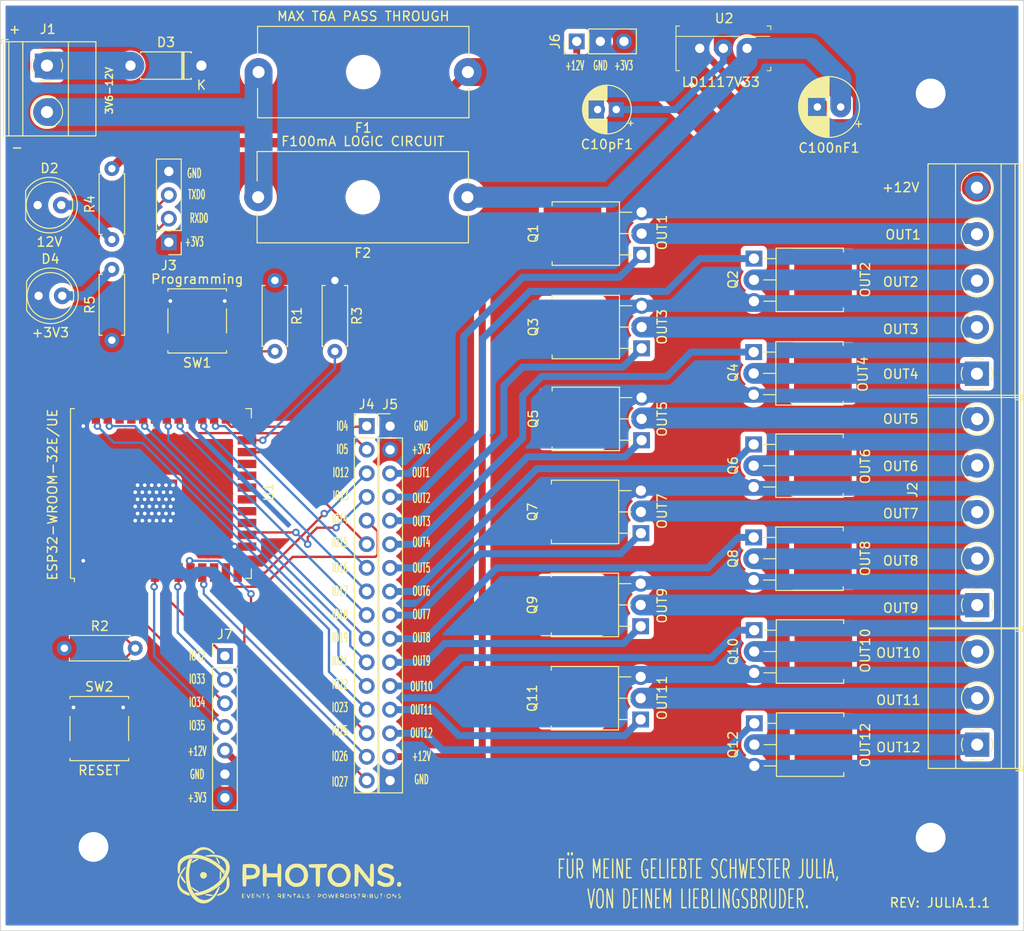
<source format=kicad_pcb>
(kicad_pcb (version 20171130) (host pcbnew "(5.1.10)-1")
  (layers (0 F.Cu signal hide) (31 B.Cu signal hide) (34 B.Paste user) (35 F.Paste user) (36 B.SilkS user) (37 F.SilkS user) (38 B.Mask user) (39 F.Mask user) (44 Edge.Cuts user))
  (net 0 "")
  (net 1 GND)
  (net 2 "Net-(C100nF1-Pad1)")
  (net 3 +3V3)
  (net 4 "Net-(D1-Pad1)")
  (net 5 "Net-(D2-Pad2)")
  (net 6 "Net-(D3-Pad2)")
  (net 7 "Net-(D4-Pad2)")
  (net 8 +12V)
  (net 9 "Net-(J2-Pad5)")
  (net 10 "Net-(J2-Pad4)")
  (net 11 "Net-(J2-Pad3)")
  (net 12 "Net-(J2-Pad2)")
  (net 13 "Net-(J3-Pad5)")
  (net 14 "Net-(J3-Pad4)")
  (net 15 "Net-(J3-Pad3)")
  (net 16 "Net-(J3-Pad2)")
  (net 17 "Net-(J3-Pad1)")
  (net 18 "Net-(J4-Pad3)")
  (net 19 "Net-(J4-Pad2)")
  (net 20 "Net-(J4-Pad1)")
  (net 21 "Net-(J5-Pad3)")
  (net 22 "Net-(J5-Pad2)")
  (net 23 /IO27)
  (net 24 /IO26)
  (net 25 /IO25)
  (net 26 /IO23)
  (net 27 /IO22)
  (net 28 /IO21)
  (net 29 /IO19)
  (net 30 /IO18)
  (net 31 /IO17)
  (net 32 /IO16)
  (net 33 /IO15)
  (net 34 /IO14)
  (net 35 /IO13)
  (net 36 /IO12)
  (net 37 /IO5)
  (net 38 /IO4)
  (net 39 /OUT1)
  (net 40 /OUT2)
  (net 41 /OUT3)
  (net 42 /OUT4)
  (net 43 /OUT5)
  (net 44 /OUT6)
  (net 45 /OUT7)
  (net 46 /OUT8)
  (net 47 /OUT9)
  (net 48 /OUT10)
  (net 49 /OUT11)
  (net 50 /OUT12)
  (net 51 "Net-(J9-Pad4)")
  (net 52 "Net-(J9-Pad3)")
  (net 53 "Net-(J9-Pad2)")
  (net 54 "Net-(J9-Pad1)")
  (net 55 "Net-(R1-Pad2)")
  (net 56 "Net-(R2-Pad2)")
  (net 57 "Net-(R3-Pad2)")
  (net 58 "Net-(U1-Pad32)")
  (net 59 "Net-(U1-Pad22)")
  (net 60 "Net-(U1-Pad21)")
  (net 61 "Net-(U1-Pad20)")
  (net 62 "Net-(U1-Pad19)")
  (net 63 "Net-(U1-Pad18)")
  (net 64 "Net-(U1-Pad17)")
  (net 65 "Net-(U1-Pad5)")
  (net 66 "Net-(U1-Pad4)")
  (module MeinLogo:Photons_klein (layer F.Cu) (at 111 144)
    (fp_text reference G*** hide)
    (fp_text value LOGO hide)
  )
  (module MountingHole:MountingHole_3.2mm_M3_Pad (layer F.Cu) (at 180 60)
    (fp_text reference REF**)
    (fp_text value MountingHole_3.2mm_M3_Pad)
    (pad 1 thru_hole circle (at 0 0) (size 6.4 6.4) (drill 3.2) (layers *.Cu *.Mask) (net 1 GND))
  )
  (module MountingHole:MountingHole_3.2mm_M3_Pad (layer F.Cu) (at 180 140)
    (fp_text reference REF**)
    (fp_text value MountingHole_3.2mm_M3_Pad)
    (pad 1 thru_hole circle (at 0 0) (size 6.4 6.4) (drill 3.2) (layers *.Cu *.Mask) (net 1 GND))
  )
  (module MountingHole:MountingHole_3.2mm_M3_Pad (layer F.Cu) (at 90 141)
    (fp_text reference REF**)
    (fp_text value MountingHole_3.2mm_M3_Pad)
    (pad 1 thru_hole circle (at 0 0) (size 6.4 6.4) (drill 3.2) (layers *.Cu *.Mask) (net 1 GND))
  )
  (module RF_Module:ESP32-WROOM-32U (layer F.Cu) (at 97.25 103 90)
    (fp_text reference U1 (at 0.15 11.6 270) (layer F.SilkS))
    (fp_text value ESP32-WROOM-32E/UE (at -0.124 -11.652 90) (layer F.SilkS))
    (pad 38 smd rect (at 8.5 -8.255 90) (size 2 0.9) (layers F.Cu F.Paste F.Mask) (net 1 GND))
    (pad 37 smd rect (at 8.5 -6.985 90) (size 2 0.9) (layers F.Cu F.Paste F.Mask) (net 26 /IO23))
    (pad 36 smd rect (at 8.5 -5.715 90) (size 2 0.9) (layers F.Cu F.Paste F.Mask) (net 27 /IO22))
    (pad 35 smd rect (at 8.5 -4.445 90) (size 2 0.9) (layers F.Cu F.Paste F.Mask) (net 21 "Net-(J5-Pad3)"))
    (pad 34 smd rect (at 8.5 -3.175 90) (size 2 0.9) (layers F.Cu F.Paste F.Mask) (net 22 "Net-(J5-Pad2)"))
    (pad 33 smd rect (at 8.5 -1.905 90) (size 2 0.9) (layers F.Cu F.Paste F.Mask) (net 28 /IO21))
    (pad 32 smd rect (at 8.5 -0.635 90) (size 2 0.9) (layers F.Cu F.Paste F.Mask) (net 58 "Net-(U1-Pad32)"))
    (pad 31 smd rect (at 8.5 0.635 90) (size 2 0.9) (layers F.Cu F.Paste F.Mask) (net 29 /IO19))
    (pad 30 smd rect (at 8.5 1.905 90) (size 2 0.9) (layers F.Cu F.Paste F.Mask) (net 30 /IO18))
    (pad 29 smd rect (at 8.5 3.175 90) (size 2 0.9) (layers F.Cu F.Paste F.Mask) (net 37 /IO5))
    (pad 28 smd rect (at 8.5 4.445 90) (size 2 0.9) (layers F.Cu F.Paste F.Mask) (net 31 /IO17))
    (pad 27 smd rect (at 8.5 5.715 90) (size 2 0.9) (layers F.Cu F.Paste F.Mask) (net 32 /IO16))
    (pad 26 smd rect (at 8.5 6.985 90) (size 2 0.9) (layers F.Cu F.Paste F.Mask) (net 38 /IO4))
    (pad 25 smd rect (at 8.5 8.255 90) (size 2 0.9) (layers F.Cu F.Paste F.Mask) (net 55 "Net-(R1-Pad2)"))
    (pad 24 smd rect (at 5.715 9.255 180) (size 2 0.9) (layers F.Cu F.Paste F.Mask) (net 57 "Net-(R3-Pad2)"))
    (pad 23 smd rect (at 4.445 9.255 180) (size 2 0.9) (layers F.Cu F.Paste F.Mask) (net 33 /IO15))
    (pad 22 smd rect (at 3.175 9.255 180) (size 2 0.9) (layers F.Cu F.Paste F.Mask) (net 59 "Net-(U1-Pad22)"))
    (pad 21 smd rect (at 1.905 9.255 180) (size 2 0.9) (layers F.Cu F.Paste F.Mask) (net 60 "Net-(U1-Pad21)"))
    (pad 20 smd rect (at 0.635 9.255 180) (size 2 0.9) (layers F.Cu F.Paste F.Mask) (net 61 "Net-(U1-Pad20)"))
    (pad 19 smd rect (at -0.635 9.255 180) (size 2 0.9) (layers F.Cu F.Paste F.Mask) (net 62 "Net-(U1-Pad19)"))
    (pad 18 smd rect (at -1.905 9.255 180) (size 2 0.9) (layers F.Cu F.Paste F.Mask) (net 63 "Net-(U1-Pad18)"))
    (pad 17 smd rect (at -3.175 9.255 180) (size 2 0.9) (layers F.Cu F.Paste F.Mask) (net 64 "Net-(U1-Pad17)"))
    (pad 16 smd rect (at -4.445 9.255 180) (size 2 0.9) (layers F.Cu F.Paste F.Mask) (net 35 /IO13))
    (pad 15 smd rect (at -5.715 9.255) (size 2 0.9) (layers F.Cu F.Paste F.Mask) (net 1 GND))
    (pad 14 smd rect (at -8.5 8.255 90) (size 2 0.9) (layers F.Cu F.Paste F.Mask) (net 36 /IO12))
    (pad 13 smd rect (at -8.5 6.985 90) (size 2 0.9) (layers F.Cu F.Paste F.Mask) (net 34 /IO14))
    (pad 12 smd rect (at -8.5 5.715 90) (size 2 0.9) (layers F.Cu F.Paste F.Mask) (net 23 /IO27))
    (pad 11 smd rect (at -8.5 4.445 90) (size 2 0.9) (layers F.Cu F.Paste F.Mask) (net 24 /IO26))
    (pad 10 smd rect (at -8.5 3.175 90) (size 2 0.9) (layers F.Cu F.Paste F.Mask) (net 25 /IO25))
    (pad 9 smd rect (at -8.5 1.905 90) (size 2 0.9) (layers F.Cu F.Paste F.Mask) (net 53 "Net-(J9-Pad2)"))
    (pad 8 smd rect (at -8.5 0.635 90) (size 2 0.9) (layers F.Cu F.Paste F.Mask) (net 54 "Net-(J9-Pad1)"))
    (pad 7 smd rect (at -8.5 -0.635 90) (size 2 0.9) (layers F.Cu F.Paste F.Mask) (net 51 "Net-(J9-Pad4)"))
    (pad 6 smd rect (at -8.5 -1.905 90) (size 2 0.9) (layers F.Cu F.Paste F.Mask) (net 52 "Net-(J9-Pad3)"))
    (pad 5 smd rect (at -8.5 -3.175 90) (size 2 0.9) (layers F.Cu F.Paste F.Mask) (net 65 "Net-(U1-Pad5)"))
    (pad 4 smd rect (at -8.5 -4.445 90) (size 2 0.9) (layers F.Cu F.Paste F.Mask) (net 66 "Net-(U1-Pad4)"))
    (pad 3 smd rect (at -8.5 -5.715 90) (size 2 0.9) (layers F.Cu F.Paste F.Mask) (net 56 "Net-(R2-Pad2)"))
    (pad 2 smd rect (at -8.5 -6.985 90) (size 2 0.9) (layers F.Cu F.Paste F.Mask) (net 3 +3V3))
    (pad 1 smd rect (at -8.5 -8.255 90) (size 2 0.9) (layers F.Cu F.Paste F.Mask) (net 1 GND))
    (pad 39 smd rect (at -1 -0.755 90) (size 5 5) (layers F.Cu F.Paste F.Mask) (net 1 GND))
  )
  (module TerminalBlock_Phoenix:TerminalBlock_Phoenix_MKDS-1,5-5_1x05_P5.00mm_Horizontal (layer F.Cu) (at 185 115 90)
    (fp_text reference J2 (at 12.384 -6.946 90) (layer F.SilkS))
    (fp_text value Screw_Terminal_01x05)
    (pad 6 thru_hole circle (at 20 0 90) (size 2.6 2.6) (drill 1.3) (layers *.Cu *.Mask) (net 17 "Net-(J3-Pad1)"))
    (pad 7 thru_hole circle (at 15 0 90) (size 2.6 2.6) (drill 1.3) (layers *.Cu *.Mask) (net 16 "Net-(J3-Pad2)"))
    (pad 8 thru_hole circle (at 10 0 90) (size 2.6 2.6) (drill 1.3) (layers *.Cu *.Mask) (net 15 "Net-(J3-Pad3)"))
    (pad 9 thru_hole circle (at 5 0 90) (size 2.6 2.6) (drill 1.3) (layers *.Cu *.Mask) (net 14 "Net-(J3-Pad4)"))
    (pad 10 thru_hole rect (at 0 0 90) (size 2.6 2.6) (drill 1.3) (layers *.Cu *.Mask) (net 13 "Net-(J3-Pad5)"))
  )
  (module LED_THT:LED_D5.0mm (layer F.Cu) (at 84 72)
    (fp_text reference D2 (at 1.27 -3.96) (layer F.SilkS))
    (fp_text value 12V (at 1.27 3.96) (layer F.SilkS))
    (pad 2 thru_hole circle (at 2.54 0) (size 1.8 1.8) (drill 0.9) (layers *.Cu *.Mask) (net 5 "Net-(D2-Pad2)"))
    (pad 1 thru_hole rect (at 0 0) (size 1.8 1.8) (drill 0.9) (layers *.Cu *.Mask) (net 1 GND))
  )
  (module TerminalBlock_Phoenix:TerminalBlock_Phoenix_MKDS-1,5-3_1x03_P5.00mm_Horizontal (layer F.Cu) (at 185 130 90)
    (fp_text reference J2)
    (fp_text value Screw_Terminal_01x03)
    (pad 11 thru_hole circle (at 10 0 90) (size 2.6 2.6) (drill 1.3) (layers *.Cu *.Mask) (net 20 "Net-(J4-Pad1)"))
    (pad 12 thru_hole circle (at 5 0 90) (size 2.6 2.6) (drill 1.3) (layers *.Cu *.Mask) (net 19 "Net-(J4-Pad2)"))
    (pad 13 thru_hole rect (at 0 0 90) (size 2.6 2.6) (drill 1.3) (layers *.Cu *.Mask) (net 18 "Net-(J4-Pad3)"))
  )
  (module digikey-footprints:TO-220-3 (layer F.Cu) (at 155.175 55.15)
    (fp_text reference U2 (at 2.62 -3.22) (layer F.SilkS))
    (fp_text value LD1117V33 (at 2.27 3.63) (layer F.SilkS))
    (pad 3 thru_hole circle (at 5.08 0) (size 2 2) (drill 1) (layers *.Cu *.Mask) (net 2 "Net-(C100nF1-Pad1)"))
    (pad 2 thru_hole circle (at 2.54 0) (size 2 2) (drill 1) (layers *.Cu *.Mask) (net 3 +3V3))
    (pad 1 thru_hole rect (at 0 0) (size 2 2) (drill 1) (layers *.Cu *.Mask) (net 1 GND))
  )
  (module Button_Switch_SMD:SW_SPST_B3S-1000 (layer F.Cu) (at 90.625 128.275)
    (fp_text reference SW2 (at 0 -4.5) (layer F.SilkS))
    (fp_text value RESET (at 0 4.5) (layer F.SilkS))
    (pad 2 smd rect (at 3.975 2.25) (size 1.55 1.3) (layers F.Cu F.Paste F.Mask) (net 56 "Net-(R2-Pad2)"))
    (pad 2 smd rect (at -3.975 2.25) (size 1.55 1.3) (layers F.Cu F.Paste F.Mask) (net 56 "Net-(R2-Pad2)"))
    (pad 1 smd rect (at 3.975 -2.25) (size 1.55 1.3) (layers F.Cu F.Paste F.Mask) (net 1 GND))
    (pad 1 smd rect (at -3.975 -2.25) (size 1.55 1.3) (layers F.Cu F.Paste F.Mask) (net 1 GND))
  )
  (module Button_Switch_SMD:SW_SPST_B3S-1000 (layer F.Cu) (at 101.15 84.45 180)
    (fp_text reference SW1 (at 0 -4.5) (layer F.SilkS))
    (fp_text value Programming (at 0 4.5) (layer F.SilkS))
    (pad 2 smd rect (at 3.975 2.25 180) (size 1.55 1.3) (layers F.Cu F.Paste F.Mask) (net 1 GND))
    (pad 2 smd rect (at -3.975 2.25 180) (size 1.55 1.3) (layers F.Cu F.Paste F.Mask) (net 1 GND))
    (pad 1 smd rect (at 3.975 -2.25 180) (size 1.55 1.3) (layers F.Cu F.Paste F.Mask) (net 55 "Net-(R1-Pad2)"))
    (pad 1 smd rect (at -3.975 -2.25 180) (size 1.55 1.3) (layers F.Cu F.Paste F.Mask) (net 55 "Net-(R1-Pad2)"))
  )
  (module Resistor_THT:R_Axial_DIN0207_L6.3mm_D2.5mm_P7.62mm_Horizontal (layer F.Cu) (at 91.975 86.525 90)
    (fp_text reference R5 (at 3.81 -2.37 90) (layer F.SilkS))
    (fp_text value 4,7Ohm)
    (pad 2 thru_hole oval (at 7.62 0 90) (size 1.6 1.6) (drill 0.8) (layers *.Cu *.Mask) (net 7 "Net-(D4-Pad2)"))
    (pad 1 thru_hole circle (at 0 0 90) (size 1.6 1.6) (drill 0.8) (layers *.Cu *.Mask) (net 3 +3V3))
  )
  (module Resistor_THT:R_Axial_DIN0207_L6.3mm_D2.5mm_P7.62mm_Horizontal (layer F.Cu) (at 91.975 75.7 90)
    (fp_text reference R4 (at 3.81 -2.37 90) (layer F.SilkS))
    (fp_text value 470Ohm)
    (pad 2 thru_hole oval (at 7.62 0 90) (size 1.6 1.6) (drill 0.8) (layers *.Cu *.Mask) (net 8 +12V))
    (pad 1 thru_hole circle (at 0 0 90) (size 1.6 1.6) (drill 0.8) (layers *.Cu *.Mask) (net 5 "Net-(D2-Pad2)"))
  )
  (module Resistor_THT:R_Axial_DIN0207_L6.3mm_D2.5mm_P7.62mm_Horizontal (layer F.Cu) (at 115.95 80.1 270)
    (fp_text reference R3 (at 3.81 -2.37 90) (layer F.SilkS))
    (fp_text value 10K)
    (pad 2 thru_hole oval (at 7.62 0 270) (size 1.6 1.6) (drill 0.8) (layers *.Cu *.Mask) (net 57 "Net-(R3-Pad2)"))
    (pad 1 thru_hole circle (at 0 0 270) (size 1.6 1.6) (drill 0.8) (layers *.Cu *.Mask) (net 1 GND))
  )
  (module Resistor_THT:R_Axial_DIN0207_L6.3mm_D2.5mm_P7.62mm_Horizontal (layer F.Cu) (at 86.868 119.634)
    (fp_text reference R2 (at 3.81 -2.37) (layer F.SilkS))
    (fp_text value 10K)
    (pad 2 thru_hole oval (at 7.62 0) (size 1.6 1.6) (drill 0.8) (layers *.Cu *.Mask) (net 56 "Net-(R2-Pad2)"))
    (pad 1 thru_hole circle (at 0 0) (size 1.6 1.6) (drill 0.8) (layers *.Cu *.Mask) (net 3 +3V3))
  )
  (module Resistor_THT:R_Axial_DIN0207_L6.3mm_D2.5mm_P7.62mm_Horizontal (layer F.Cu) (at 109.5 80.1 270)
    (fp_text reference R1 (at 3.81 -2.37 90) (layer F.SilkS))
    (fp_text value 10K)
    (pad 2 thru_hole oval (at 7.62 0 270) (size 1.6 1.6) (drill 0.8) (layers *.Cu *.Mask) (net 55 "Net-(R1-Pad2)"))
    (pad 1 thru_hole circle (at 0 0 270) (size 1.6 1.6) (drill 0.8) (layers *.Cu *.Mask) (net 3 +3V3))
  )
  (module Package_TO_SOT_THT:TO-251-3-1EP_Horizontal_TabDown (layer F.Cu) (at 161.041667 127.71 270)
    (fp_text reference Q12 (at 2.29 2.291667 90) (layer F.SilkS))
    (fp_text value IRLU024NPBF)
    (pad 3 thru_hole oval (at 4.58 0 270) (size 1.7175 1.8) (drill 1.1) (layers *.Cu *.Mask) (net 1 GND))
    (pad 2 thru_hole oval (at 2.29 0 270) (size 1.7175 1.8) (drill 1.1) (layers *.Cu *.Mask) (net 18 "Net-(J4-Pad3)"))
    (pad 1 thru_hole rect (at 0 0 270) (size 1.7175 1.8) (drill 1.1) (layers *.Cu *.Mask) (net 50 /OUT12))
    (pad 4 smd rect (at 2.29 -7.433333 270) (size 5.7 6.2) (layers F.Cu F.Paste F.Mask))
  )
  (module Package_TO_SOT_THT:TO-251-3-1EP_Horizontal_TabDown (layer F.Cu) (at 148.825 127.3 90)
    (fp_text reference Q11 (at 2.29 -11.653333 90) (layer F.SilkS))
    (fp_text value IRLU024NPBF)
    (pad 4 smd rect (at 2.29 -7.433333 90) (size 5.7 6.2) (layers F.Cu F.Paste F.Mask))
    (pad 1 thru_hole rect (at 0 0 90) (size 1.7175 1.8) (drill 1.1) (layers *.Cu *.Mask) (net 49 /OUT11))
    (pad 2 thru_hole oval (at 2.29 0 90) (size 1.7175 1.8) (drill 1.1) (layers *.Cu *.Mask) (net 19 "Net-(J4-Pad2)"))
    (pad 3 thru_hole oval (at 4.58 0 90) (size 1.7175 1.8) (drill 1.1) (layers *.Cu *.Mask) (net 1 GND))
  )
  (module Package_TO_SOT_THT:TO-251-3-1EP_Horizontal_TabDown (layer F.Cu) (at 161.025 117.7 270)
    (fp_text reference Q10 (at 2.29 2.275 90) (layer F.SilkS))
    (fp_text value IRLU024NPBF)
    (pad 4 smd rect (at 2.29 -7.433333 270) (size 5.7 6.2) (layers F.Cu F.Paste F.Mask))
    (pad 1 thru_hole rect (at 0 0 270) (size 1.7175 1.8) (drill 1.1) (layers *.Cu *.Mask) (net 48 /OUT10))
    (pad 2 thru_hole oval (at 2.29 0 270) (size 1.7175 1.8) (drill 1.1) (layers *.Cu *.Mask) (net 20 "Net-(J4-Pad1)"))
    (pad 3 thru_hole oval (at 4.58 0 270) (size 1.7175 1.8) (drill 1.1) (layers *.Cu *.Mask) (net 1 GND))
  )
  (module Package_TO_SOT_THT:TO-251-3-1EP_Horizontal_TabDown (layer F.Cu) (at 148.825 117.275 90)
    (fp_text reference Q9 (at 2.29 -11.653333 90) (layer F.SilkS))
    (fp_text value IRLU024NPBF)
    (pad 3 thru_hole oval (at 4.58 0 90) (size 1.7175 1.8) (drill 1.1) (layers *.Cu *.Mask) (net 1 GND))
    (pad 2 thru_hole oval (at 2.29 0 90) (size 1.7175 1.8) (drill 1.1) (layers *.Cu *.Mask) (net 13 "Net-(J3-Pad5)"))
    (pad 1 thru_hole rect (at 0 0 90) (size 1.7175 1.8) (drill 1.1) (layers *.Cu *.Mask) (net 47 /OUT9))
    (pad 4 smd rect (at 2.29 -7.433333 90) (size 5.7 6.2) (layers F.Cu F.Paste F.Mask))
  )
  (module Package_TO_SOT_THT:TO-251-3-1EP_Horizontal_TabDown (layer F.Cu) (at 160.975 107.725 270)
    (fp_text reference Q8 (at 2.275 2.225 90) (layer F.SilkS))
    (fp_text value IRLU024NPBF)
    (pad 3 thru_hole oval (at 4.58 0 270) (size 1.7175 1.8) (drill 1.1) (layers *.Cu *.Mask) (net 1 GND))
    (pad 2 thru_hole oval (at 2.29 0 270) (size 1.7175 1.8) (drill 1.1) (layers *.Cu *.Mask) (net 14 "Net-(J3-Pad4)"))
    (pad 1 thru_hole rect (at 0 0 270) (size 1.7175 1.8) (drill 1.1) (layers *.Cu *.Mask) (net 46 /OUT8))
    (pad 4 smd rect (at 2.29 -7.433333 270) (size 5.7 6.2) (layers F.Cu F.Paste F.Mask))
  )
  (module Package_TO_SOT_THT:TO-251-3-1EP_Horizontal_TabDown (layer F.Cu) (at 148.85 107.275 90)
    (fp_text reference Q7 (at 2.29 -11.653333 90) (layer F.SilkS))
    (fp_text value IRLU024NPBF)
    (pad 3 thru_hole oval (at 4.58 0 90) (size 1.7175 1.8) (drill 1.1) (layers *.Cu *.Mask) (net 1 GND))
    (pad 2 thru_hole oval (at 2.29 0 90) (size 1.7175 1.8) (drill 1.1) (layers *.Cu *.Mask) (net 15 "Net-(J3-Pad3)"))
    (pad 1 thru_hole rect (at 0 0 90) (size 1.7175 1.8) (drill 1.1) (layers *.Cu *.Mask) (net 45 /OUT7))
    (pad 4 smd rect (at 2.29 -7.433333 90) (size 5.7 6.2) (layers F.Cu F.Paste F.Mask))
  )
  (module Package_TO_SOT_THT:TO-251-3-1EP_Horizontal_TabDown (layer F.Cu) (at 160.975 97.725 270)
    (fp_text reference Q6 (at 2.275 2.225 90) (layer F.SilkS))
    (fp_text value IRLU024NPBF)
    (pad 3 thru_hole oval (at 4.58 0 270) (size 1.7175 1.8) (drill 1.1) (layers *.Cu *.Mask) (net 1 GND))
    (pad 2 thru_hole oval (at 2.29 0 270) (size 1.7175 1.8) (drill 1.1) (layers *.Cu *.Mask) (net 16 "Net-(J3-Pad2)"))
    (pad 1 thru_hole rect (at 0 0 270) (size 1.7175 1.8) (drill 1.1) (layers *.Cu *.Mask) (net 44 /OUT6))
    (pad 4 smd rect (at 2.29 -7.433333 270) (size 5.7 6.2) (layers F.Cu F.Paste F.Mask))
  )
  (module Package_TO_SOT_THT:TO-251-3-1EP_Horizontal_TabDown (layer F.Cu) (at 148.925 97.275 90)
    (fp_text reference Q5 (at 2.29 -11.653333 90) (layer F.SilkS))
    (fp_text value IRLU024NPBF)
    (pad 3 thru_hole oval (at 4.58 0 90) (size 1.7175 1.8) (drill 1.1) (layers *.Cu *.Mask) (net 1 GND))
    (pad 2 thru_hole oval (at 2.29 0 90) (size 1.7175 1.8) (drill 1.1) (layers *.Cu *.Mask) (net 17 "Net-(J3-Pad1)"))
    (pad 1 thru_hole rect (at 0 0 90) (size 1.7175 1.8) (drill 1.1) (layers *.Cu *.Mask) (net 43 /OUT5))
    (pad 4 smd rect (at 2.29 -7.433333 90) (size 5.7 6.2) (layers F.Cu F.Paste F.Mask))
  )
  (module Package_TO_SOT_THT:TO-251-3-1EP_Horizontal_TabDown (layer F.Cu) (at 160.975 87.8 270)
    (fp_text reference Q4 (at 2.2 2.225 90) (layer F.SilkS))
    (fp_text value IRLU024NPBF)
    (pad 3 thru_hole oval (at 4.58 0 270) (size 1.7175 1.8) (drill 1.1) (layers *.Cu *.Mask) (net 1 GND))
    (pad 2 thru_hole oval (at 2.29 0 270) (size 1.7175 1.8) (drill 1.1) (layers *.Cu *.Mask) (net 9 "Net-(J2-Pad5)"))
    (pad 1 thru_hole rect (at 0 0 270) (size 1.7175 1.8) (drill 1.1) (layers *.Cu *.Mask) (net 42 /OUT4))
    (pad 4 smd rect (at 2.29 -7.433333 270) (size 5.7 6.2) (layers F.Cu F.Paste F.Mask))
  )
  (module Package_TO_SOT_THT:TO-251-3-1EP_Horizontal_TabDown (layer F.Cu) (at 148.925 87.4 90)
    (fp_text reference Q3 (at 2.29 -11.653333 90) (layer F.SilkS))
    (fp_text value IRLU024NPBF)
    (pad 3 thru_hole oval (at 4.58 0 90) (size 1.7175 1.8) (drill 1.1) (layers *.Cu *.Mask) (net 1 GND))
    (pad 2 thru_hole oval (at 2.29 0 90) (size 1.7175 1.8) (drill 1.1) (layers *.Cu *.Mask) (net 10 "Net-(J2-Pad4)"))
    (pad 1 thru_hole rect (at 0 0 90) (size 1.7175 1.8) (drill 1.1) (layers *.Cu *.Mask) (net 41 /OUT3))
    (pad 4 smd rect (at 2.29 -7.433333 90) (size 5.7 6.2) (layers F.Cu F.Paste F.Mask))
  )
  (module Package_TO_SOT_THT:TO-251-3-1EP_Horizontal_TabDown (layer F.Cu) (at 161 77.75 270)
    (fp_text reference Q2 (at 2.25 2.25 90) (layer F.SilkS))
    (fp_text value IRLU024NPBF)
    (pad 3 thru_hole oval (at 4.58 0 270) (size 1.7175 1.8) (drill 1.1) (layers *.Cu *.Mask) (net 1 GND))
    (pad 2 thru_hole oval (at 2.29 0 270) (size 1.7175 1.8) (drill 1.1) (layers *.Cu *.Mask) (net 11 "Net-(J2-Pad3)"))
    (pad 1 thru_hole rect (at 0 0 270) (size 1.7175 1.8) (drill 1.1) (layers *.Cu *.Mask) (net 40 /OUT2))
    (pad 4 smd rect (at 2.29 -7.433333 270) (size 5.7 6.2) (layers F.Cu F.Paste F.Mask))
  )
  (module Package_TO_SOT_THT:TO-251-3-1EP_Horizontal_TabDown (layer F.Cu) (at 148.925 77.35 90)
    (fp_text reference Q1 (at 2.29 -11.653333 90) (layer F.SilkS))
    (fp_text value IRLU024NPBF)
    (pad 3 thru_hole oval (at 4.58 0 90) (size 1.7175 1.8) (drill 1.1) (layers *.Cu *.Mask) (net 1 GND))
    (pad 2 thru_hole oval (at 2.29 0 90) (size 1.7175 1.8) (drill 1.1) (layers *.Cu *.Mask) (net 12 "Net-(J2-Pad2)"))
    (pad 1 thru_hole rect (at 0 0 90) (size 1.7175 1.8) (drill 1.1) (layers *.Cu *.Mask) (net 39 /OUT1))
    (pad 4 smd rect (at 2.29 -7.433333 90) (size 5.7 6.2) (layers F.Cu F.Paste F.Mask))
  )
  (module Connector_PinHeader_2.54mm:PinHeader_1x07_P2.54mm_Vertical (layer F.Cu) (at 104.129 120.477)
    (fp_text reference J7 (at 0 -2.33) (layer F.SilkS))
    (fp_text value Conn_01x07_Male)
    (pad 7 thru_hole oval (at 0 15.24) (size 1.7 1.7) (drill 1) (layers *.Cu *.Mask) (net 3 +3V3))
    (pad 6 thru_hole oval (at 0 12.7) (size 1.7 1.7) (drill 1) (layers *.Cu *.Mask) (net 1 GND))
    (pad 5 thru_hole oval (at 0 10.16) (size 1.7 1.7) (drill 1) (layers *.Cu *.Mask) (net 8 +12V))
    (pad 4 thru_hole oval (at 0 7.62) (size 1.7 1.7) (drill 1) (layers *.Cu *.Mask) (net 51 "Net-(J9-Pad4)"))
    (pad 3 thru_hole oval (at 0 5.08) (size 1.7 1.7) (drill 1) (layers *.Cu *.Mask) (net 52 "Net-(J9-Pad3)"))
    (pad 2 thru_hole oval (at 0 2.54) (size 1.7 1.7) (drill 1) (layers *.Cu *.Mask) (net 53 "Net-(J9-Pad2)"))
    (pad 1 thru_hole rect (at 0 0) (size 1.7 1.7) (drill 1) (layers *.Cu *.Mask) (net 54 "Net-(J9-Pad1)"))
  )
  (module Connector_PinHeader_2.54mm:PinHeader_1x03_P2.54mm_Vertical (layer F.Cu) (at 141.95 54.4 90)
    (fp_text reference J6 (at 0 -2.33 90) (layer F.SilkS))
    (fp_text value Conn_01x03_Male)
    (pad 3 thru_hole oval (at 0 5.08 90) (size 1.7 1.7) (drill 1) (layers *.Cu *.Mask) (net 3 +3V3))
    (pad 2 thru_hole oval (at 0 2.54 90) (size 1.7 1.7) (drill 1) (layers *.Cu *.Mask) (net 1 GND))
    (pad 1 thru_hole rect (at 0 0 90) (size 1.7 1.7) (drill 1) (layers *.Cu *.Mask) (net 8 +12V))
  )
  (module Connector_PinHeader_2.54mm:PinHeader_1x16_P2.54mm_Vertical (layer F.Cu) (at 121.888 95.76)
    (fp_text reference J5 (at 0 -2.33) (layer F.SilkS))
    (fp_text value Conn_01x16_Male)
    (pad 16 thru_hole oval (at 0 38.1) (size 1.7 1.7) (drill 1) (layers *.Cu *.Mask) (net 1 GND))
    (pad 15 thru_hole oval (at 0 35.56) (size 1.7 1.7) (drill 1) (layers *.Cu *.Mask) (net 8 +12V))
    (pad 14 thru_hole oval (at 0 33.02) (size 1.7 1.7) (drill 1) (layers *.Cu *.Mask) (net 50 /OUT12))
    (pad 13 thru_hole oval (at 0 30.48) (size 1.7 1.7) (drill 1) (layers *.Cu *.Mask) (net 49 /OUT11))
    (pad 12 thru_hole oval (at 0 27.94) (size 1.7 1.7) (drill 1) (layers *.Cu *.Mask) (net 48 /OUT10))
    (pad 11 thru_hole oval (at 0 25.4) (size 1.7 1.7) (drill 1) (layers *.Cu *.Mask) (net 47 /OUT9))
    (pad 10 thru_hole oval (at 0 22.86) (size 1.7 1.7) (drill 1) (layers *.Cu *.Mask) (net 46 /OUT8))
    (pad 9 thru_hole oval (at 0 20.32) (size 1.7 1.7) (drill 1) (layers *.Cu *.Mask) (net 45 /OUT7))
    (pad 8 thru_hole oval (at 0 17.78) (size 1.7 1.7) (drill 1) (layers *.Cu *.Mask) (net 44 /OUT6))
    (pad 7 thru_hole oval (at 0 15.24) (size 1.7 1.7) (drill 1) (layers *.Cu *.Mask) (net 43 /OUT5))
    (pad 6 thru_hole oval (at 0 12.7) (size 1.7 1.7) (drill 1) (layers *.Cu *.Mask) (net 42 /OUT4))
    (pad 5 thru_hole oval (at 0 10.16) (size 1.7 1.7) (drill 1) (layers *.Cu *.Mask) (net 41 /OUT3))
    (pad 4 thru_hole oval (at 0 7.62) (size 1.7 1.7) (drill 1) (layers *.Cu *.Mask) (net 40 /OUT2))
    (pad 3 thru_hole oval (at 0 5.08) (size 1.7 1.7) (drill 1) (layers *.Cu *.Mask) (net 39 /OUT1))
    (pad 2 thru_hole oval (at 0 2.54) (size 1.7 1.7) (drill 1) (layers *.Cu *.Mask) (net 3 +3V3))
    (pad 1 thru_hole rect (at 0 0) (size 1.7 1.7) (drill 1) (layers *.Cu *.Mask) (net 1 GND))
  )
  (module Connector_PinHeader_2.54mm:PinHeader_1x16_P2.54mm_Vertical (layer F.Cu) (at 119.375 95.75)
    (fp_text reference J4 (at 0 -2.33) (layer F.SilkS))
    (fp_text value Conn_01x16_Male)
    (pad 16 thru_hole oval (at 0 38.1) (size 1.7 1.7) (drill 1) (layers *.Cu *.Mask) (net 23 /IO27))
    (pad 15 thru_hole oval (at 0 35.56) (size 1.7 1.7) (drill 1) (layers *.Cu *.Mask) (net 24 /IO26))
    (pad 14 thru_hole oval (at 0 33.02) (size 1.7 1.7) (drill 1) (layers *.Cu *.Mask) (net 25 /IO25))
    (pad 13 thru_hole oval (at 0 30.48) (size 1.7 1.7) (drill 1) (layers *.Cu *.Mask) (net 26 /IO23))
    (pad 12 thru_hole oval (at 0 27.94) (size 1.7 1.7) (drill 1) (layers *.Cu *.Mask) (net 27 /IO22))
    (pad 11 thru_hole oval (at 0 25.4) (size 1.7 1.7) (drill 1) (layers *.Cu *.Mask) (net 28 /IO21))
    (pad 10 thru_hole oval (at 0 22.86) (size 1.7 1.7) (drill 1) (layers *.Cu *.Mask) (net 29 /IO19))
    (pad 9 thru_hole oval (at 0 20.32) (size 1.7 1.7) (drill 1) (layers *.Cu *.Mask) (net 30 /IO18))
    (pad 8 thru_hole oval (at 0 17.78) (size 1.7 1.7) (drill 1) (layers *.Cu *.Mask) (net 31 /IO17))
    (pad 7 thru_hole oval (at 0 15.24) (size 1.7 1.7) (drill 1) (layers *.Cu *.Mask) (net 32 /IO16))
    (pad 6 thru_hole oval (at 0 12.7) (size 1.7 1.7) (drill 1) (layers *.Cu *.Mask) (net 33 /IO15))
    (pad 5 thru_hole oval (at 0 10.16) (size 1.7 1.7) (drill 1) (layers *.Cu *.Mask) (net 34 /IO14))
    (pad 4 thru_hole oval (at 0 7.62) (size 1.7 1.7) (drill 1) (layers *.Cu *.Mask) (net 35 /IO13))
    (pad 3 thru_hole oval (at 0 5.08) (size 1.7 1.7) (drill 1) (layers *.Cu *.Mask) (net 36 /IO12))
    (pad 2 thru_hole oval (at 0 2.54) (size 1.7 1.7) (drill 1) (layers *.Cu *.Mask) (net 37 /IO5))
    (pad 1 thru_hole rect (at 0 0) (size 1.7 1.7) (drill 1) (layers *.Cu *.Mask) (net 38 /IO4))
  )
  (module Connector_PinHeader_2.54mm:PinHeader_1x04_P2.54mm_Vertical (layer F.Cu) (at 98.1 76 180)
    (fp_text reference J3 (at 0 -2.486) (layer F.SilkS))
    (fp_text value Conn_01x04_Male)
    (pad 4 thru_hole oval (at 0 7.62 180) (size 1.7 1.7) (drill 1) (layers *.Cu *.Mask) (net 1 GND))
    (pad 3 thru_hole oval (at 0 5.08 180) (size 1.7 1.7) (drill 1) (layers *.Cu *.Mask) (net 21 "Net-(J5-Pad3)"))
    (pad 2 thru_hole oval (at 0 2.54 180) (size 1.7 1.7) (drill 1) (layers *.Cu *.Mask) (net 22 "Net-(J5-Pad2)"))
    (pad 1 thru_hole rect (at 0 0 180) (size 1.7 1.7) (drill 1) (layers *.Cu *.Mask) (net 3 +3V3))
  )
  (module TerminalBlock_Phoenix:TerminalBlock_Phoenix_MKDS-1,5-5_1x05_P5.00mm_Horizontal (layer F.Cu) (at 184.975 90.125 90)
    (fp_text reference J2)
    (fp_text value Screw_Terminal_01x05)
    (pad 1 thru_hole circle (at 20 0 90) (size 2.6 2.6) (drill 1.3) (layers *.Cu *.Mask) (net 8 +12V))
    (pad 2 thru_hole circle (at 15 0 90) (size 2.6 2.6) (drill 1.3) (layers *.Cu *.Mask) (net 12 "Net-(J2-Pad2)"))
    (pad 3 thru_hole circle (at 10 0 90) (size 2.6 2.6) (drill 1.3) (layers *.Cu *.Mask) (net 11 "Net-(J2-Pad3)"))
    (pad 4 thru_hole circle (at 5 0 90) (size 2.6 2.6) (drill 1.3) (layers *.Cu *.Mask) (net 10 "Net-(J2-Pad4)"))
    (pad 5 thru_hole rect (at 0 0 90) (size 2.6 2.6) (drill 1.3) (layers *.Cu *.Mask) (net 9 "Net-(J2-Pad5)"))
  )
  (module TerminalBlock_Phoenix:TerminalBlock_Phoenix_MKDS-1,5-2_1x02_P5.00mm_Horizontal (layer F.Cu) (at 85 57 270)
    (fp_text reference J1 (at -3.914 -0.09 180) (layer F.SilkS))
    (fp_text value Screw_Terminal_01x02)
    (pad 2 thru_hole circle (at 5 0 270) (size 2.6 2.6) (drill 1.3) (layers *.Cu *.Mask) (net 4 "Net-(D1-Pad1)"))
    (pad 1 thru_hole rect (at 0 0 270) (size 2.6 2.6) (drill 1.3) (layers *.Cu *.Mask) (net 6 "Net-(D3-Pad2)"))
  )
  (module Fuse:Fuseholder_Cylinder-5x20mm_Schurter_0031_8201_Horizontal_Open (layer F.Cu) (at 130.2 71.15 180)
    (fp_text reference F2 (at 11.25 -6) (layer F.SilkS))
    (fp_text value "F100mA LOGIC CIRCUIT" (at 11.25 6) (layer F.SilkS))
    (pad "" np_thru_hole circle (at 11.25 0 180) (size 2.7 2.7) (drill 2.7) (layers *.Cu *.Mask))
    (pad 2 thru_hole circle (at 22.5 0 180) (size 3 3) (drill 1.3) (layers *.Cu *.Mask) (net 4 "Net-(D1-Pad1)"))
    (pad 1 thru_hole circle (at 0 0 180) (size 3 3) (drill 1.3) (layers *.Cu *.Mask) (net 2 "Net-(C100nF1-Pad1)"))
  )
  (module Fuse:Fuseholder_Cylinder-5x20mm_Schurter_0031_8201_Horizontal_Open (layer F.Cu) (at 130.25 57.7 180)
    (fp_text reference F1 (at 11.25 -6) (layer F.SilkS))
    (fp_text value "MAX T6A PASS THROUGH" (at 11.25 6) (layer F.SilkS))
    (pad "" np_thru_hole circle (at 11.25 0 180) (size 2.7 2.7) (drill 2.7) (layers *.Cu *.Mask))
    (pad 2 thru_hole circle (at 22.5 0 180) (size 3 3) (drill 1.3) (layers *.Cu *.Mask) (net 4 "Net-(D1-Pad1)"))
    (pad 1 thru_hole circle (at 0 0 180) (size 3 3) (drill 1.3) (layers *.Cu *.Mask) (net 8 +12V))
  )
  (module LED_THT:LED_D5.0mm (layer F.Cu) (at 84.1 81.75)
    (fp_text reference D4 (at 1.27 -3.96) (layer F.SilkS))
    (fp_text value +3V3 (at 1.27 3.96) (layer F.SilkS))
    (pad 2 thru_hole circle (at 2.54 0) (size 1.8 1.8) (drill 0.9) (layers *.Cu *.Mask) (net 7 "Net-(D4-Pad2)"))
    (pad 1 thru_hole rect (at 0 0) (size 1.8 1.8) (drill 0.9) (layers *.Cu *.Mask) (net 1 GND))
  )
  (module Diode_THT:D_DO-41_SOD81_P7.62mm_Horizontal (layer F.Cu) (at 101.6 57 180)
    (fp_text reference D3 (at 3.81 2.5) (layer F.SilkS))
    (fp_text value DIODE)
    (fp_text user K (at 0 -2.1) (layer F.SilkS))
    (pad 2 thru_hole oval (at 7.62 0 180) (size 2.2 2.2) (drill 1.1) (layers *.Cu *.Mask) (net 6 "Net-(D3-Pad2)"))
    (pad 1 thru_hole rect (at 0 0 180) (size 2.2 2.2) (drill 1.1) (layers *.Cu *.Mask) (net 1 GND))
  )
  (module Capacitor_THT:CP_Radial_D5.0mm_P2.00mm (layer F.Cu) (at 146.2 61.725 180)
    (fp_text reference C10pF1 (at 1 -3.75) (layer F.SilkS))
    (fp_text value CP)
    (pad 2 thru_hole circle (at 2 0 180) (size 1.6 1.6) (drill 0.8) (layers *.Cu *.Mask) (net 1 GND))
    (pad 1 thru_hole rect (at 0 0 180) (size 1.6 1.6) (drill 0.8) (layers *.Cu *.Mask) (net 3 +3V3))
  )
  (module Capacitor_THT:CP_Radial_D6.3mm_P2.50mm (layer F.Cu) (at 170.325 61.45 180)
    (fp_text reference C100nF1 (at 1.25 -4.4) (layer F.SilkS))
    (fp_text value CP)
    (pad 2 thru_hole circle (at 2.5 0 180) (size 1.6 1.6) (drill 0.8) (layers *.Cu *.Mask) (net 1 GND))
    (pad 1 thru_hole rect (at 0 0 180) (size 1.6 1.6) (drill 0.8) (layers *.Cu *.Mask) (net 2 "Net-(C100nF1-Pad1)"))
  )
  (gr_text 3V6-12V (at 91.694 59.69 90) (layer F.SilkS) (effects (font (size 0.75 0.75))))
  (gr_text "REV: JULIA.1.1" (at 181 147) (layer F.SilkS) (effects (font (size 1 1))))
  (gr_text "FÜR MEINE GELIEBTE SCHWESTER JULIA,\nVON DEINEM LIEBLINGSBRUDER." (at 155 145) (layer F.SilkS) (effects (font (size 2 1))))
  (gr_text OUT12 (at 176.53 130.302) (layer F.SilkS) (effects (font (size 1 1))))
  (gr_text OUT11 (at 176.53 125.222) (layer F.SilkS) (effects (font (size 1 1))))
  (gr_text OUT10 (at 176.53 120.142) (layer F.SilkS) (effects (font (size 1 1))))
  (gr_text OUT9 (at 176.784 115.316) (layer F.SilkS) (effects (font (size 1 1))))
  (gr_text OUT8 (at 176.784 110.236) (layer F.SilkS) (effects (font (size 1 1))))
  (gr_text OUT7 (at 176.784 105.156) (layer F.SilkS) (effects (font (size 1 1))))
  (gr_text OUT6 (at 176.784 100.076) (layer F.SilkS) (effects (font (size 1 1))))
  (gr_text OUT5 (at 176.784 94.996) (layer F.SilkS) (effects (font (size 1 1))))
  (gr_text OUT4 (at 176.784 90.17) (layer F.SilkS) (effects (font (size 1 1))))
  (gr_text OUT3 (at 176.784 85.344) (layer F.SilkS) (effects (font (size 1 1))))
  (gr_text OUT2 (at 176.784 80.264) (layer F.SilkS) (effects (font (size 1 1))))
  (gr_text OUT1 (at 177.038 75.184) (layer F.SilkS) (effects (font (size 1 1))))
  (gr_text +12V (at 176.784 70.104) (layer F.SilkS) (effects (font (size 1 1))))
  (gr_text OUT12 (at 172.974 130.048 90) (layer F.SilkS) (effects (font (size 1 1))))
  (gr_text OUT11 (at 151.13 124.968 90) (layer F.SilkS) (effects (font (size 1 1))))
  (gr_text OUT10 (at 172.974 119.888 90) (layer F.SilkS) (effects (font (size 1 1))))
  (gr_text OUT9 (at 151.13 115.062 90) (layer F.SilkS) (effects (font (size 1 1))))
  (gr_text OUT8 (at 172.974 109.982 90) (layer F.SilkS) (effects (font (size 1 1))))
  (gr_text OUT7 (at 151.13 104.902 90) (layer F.SilkS) (effects (font (size 1 1))))
  (gr_text OUT6 (at 172.974 100.076 90) (layer F.SilkS) (effects (font (size 1 1))))
  (gr_text OUT5 (at 151.13 94.996 90) (layer F.SilkS) (effects (font (size 1 1))))
  (gr_text OUT4 (at 172.72 90.17 90) (layer F.SilkS) (effects (font (size 1 1))))
  (gr_text OUT3 (at 151.13 85.09 90) (layer F.SilkS) (effects (font (size 1 1))))
  (gr_text OUT2 (at 172.974 80.01 90) (layer F.SilkS) (effects (font (size 1 1))))
  (gr_text OUT1 (at 151.13 74.93 90) (layer F.SilkS) (effects (font (size 1 1))))
  (gr_text RXD0 (at 101.346 73.406) (layer F.SilkS) (effects (font (size 1 0.5) (thickness 0.125))))
  (gr_text TXD0 (at 101.092 70.866) (layer F.SilkS) (effects (font (size 1 0.5) (thickness 0.125))))
  (gr_text +3V3 (at 100.838 75.946) (layer F.SilkS) (effects (font (size 1 0.5) (thickness 0.125))))
  (gr_text GND (at 100.838 68.58) (layer F.SilkS) (effects (font (size 1 0.5) (thickness 0.125))))
  (gr_text +3V3 (at 147 57) (layer F.SilkS) (effects (font (size 1 0.5) (thickness 0.125))))
  (gr_text GND (at 144.5 57) (layer F.SilkS) (effects (font (size 1 0.5) (thickness 0.125))))
  (gr_text +12V (at 141.75 57) (layer F.SilkS) (effects (font (size 1 0.5) (thickness 0.125))))
  (gr_text - (at 81.788 65.786) (layer F.SilkS) (effects (font (size 1 1))))
  (gr_text + (at 81.534 53.086) (layer F.SilkS) (effects (font (size 1 1))))
  (gr_text GND (at 125.262 133.75) (layer F.SilkS) (effects (font (size 1 0.5) (thickness 0.125))))
  (gr_text +12V (at 125.262 131.25) (layer F.SilkS) (effects (font (size 1 0.5) (thickness 0.125))))
  (gr_text OUT12 (at 125.262 128.75) (layer F.SilkS) (effects (font (size 1 0.5) (thickness 0.125))))
  (gr_text OUT11 (at 125.262 126.25) (layer F.SilkS) (effects (font (size 1 0.5) (thickness 0.125))))
  (gr_text OUT10 (at 125.262 123.75) (layer F.SilkS) (effects (font (size 1 0.5) (thickness 0.125))))
  (gr_text OUT9 (at 125.262 121) (layer F.SilkS) (effects (font (size 1 0.5) (thickness 0.125))))
  (gr_text OUT8 (at 125.262 118.5) (layer F.SilkS) (effects (font (size 1 0.5) (thickness 0.125))))
  (gr_text OUT7 (at 125.262 116) (layer F.SilkS) (effects (font (size 1 0.5) (thickness 0.125))))
  (gr_text OUT6 (at 125.262 113.5) (layer F.SilkS) (effects (font (size 1 0.5) (thickness 0.125))))
  (gr_text OUT5 (at 125.262 111) (layer F.SilkS) (effects (font (size 1 0.5) (thickness 0.125))))
  (gr_text OUT4 (at 125.262 108.25) (layer F.SilkS) (effects (font (size 1 0.5) (thickness 0.125))))
  (gr_text OUT3 (at 125.262 106) (layer F.SilkS) (effects (font (size 1 0.5) (thickness 0.125))))
  (gr_text OUT2 (at 125.262 103.5) (layer F.SilkS) (effects (font (size 1 0.5) (thickness 0.125))))
  (gr_text OUT1 (at 125.222 100.75) (layer F.SilkS) (effects (font (size 1 0.5) (thickness 0.125))))
  (gr_text +3V3 (at 125.222 98.25) (layer F.SilkS) (effects (font (size 1 0.5) (thickness 0.125))))
  (gr_text GND (at 125.222 95.75) (layer F.SilkS) (effects (font (size 1 0.5) (thickness 0.125))))
  (gr_text IO27 (at 116.496 134) (layer F.SilkS) (effects (font (size 1 0.5) (thickness 0.125))))
  (gr_text IO26 (at 116.496 131.25) (layer F.SilkS) (effects (font (size 1 0.5) (thickness 0.125))))
  (gr_text IO25 (at 116.496 128.5) (layer F.SilkS) (effects (font (size 1 0.5) (thickness 0.125))))
  (gr_text IO23 (at 116.496 126) (layer F.SilkS) (effects (font (size 1 0.5) (thickness 0.125))))
  (gr_text IO22 (at 116.496 123.5) (layer F.SilkS) (effects (font (size 1 0.5) (thickness 0.125))))
  (gr_text IO21 (at 116.496 121) (layer F.SilkS) (effects (font (size 1 0.5) (thickness 0.125))))
  (gr_text IO19 (at 116.496 118.5) (layer F.SilkS) (effects (font (size 1 0.5) (thickness 0.125))))
  (gr_text IO18 (at 116.496 116) (layer F.SilkS) (effects (font (size 1 0.5) (thickness 0.125))))
  (gr_text IO17 (at 116.496 113.5) (layer F.SilkS) (effects (font (size 1 0.5) (thickness 0.125))))
  (gr_text IO16 (at 116.496 111) (layer F.SilkS) (effects (font (size 1 0.5) (thickness 0.125))))
  (gr_text IO15 (at 116.496 108.25) (layer F.SilkS) (effects (font (size 1 0.5) (thickness 0.125))))
  (gr_text IO14 (at 116.496 105.75) (layer F.SilkS) (effects (font (size 1 0.5) (thickness 0.125))))
  (gr_text IO13 (at 116.586 103.25) (layer F.SilkS) (effects (font (size 1 0.5) (thickness 0.125))))
  (gr_text IO12 (at 116.586 100.75) (layer F.SilkS) (effects (font (size 1 0.5) (thickness 0.125))))
  (gr_text IO4 (at 116.75 95.75) (layer F.SilkS) (effects (font (size 1 0.5) (thickness 0.125))))
  (gr_text IO5 (at 116.75 98.25) (layer F.SilkS) (effects (font (size 1 0.5) (thickness 0.125))))
  (gr_text IO32 (at 101.146 120.452) (layer F.SilkS) (effects (font (size 1 0.5) (thickness 0.125))))
  (gr_text IO33 (at 101.146 122.952) (layer F.SilkS) (effects (font (size 1 0.5) (thickness 0.125))))
  (gr_text IO34 (at 101.146 125.452) (layer F.SilkS) (effects (font (size 1 0.5) (thickness 0.125))))
  (gr_text IO35 (at 101.146 127.952) (layer F.SilkS) (effects (font (size 1 0.5) (thickness 0.125))))
  (gr_text +3V3 (at 101.146 135.702) (layer F.SilkS) (effects (font (size 1 0.5) (thickness 0.125))))
  (gr_text +12V (at 101.146 130.702) (layer F.SilkS) (effects (font (size 1 0.5) (thickness 0.125))))
  (gr_text GND (at 101.146 133.202) (layer F.SilkS) (effects (font (size 1 0.5) (thickness 0.125))))
  (gr_line (start 80 50) (end 80 150) (layer Edge.Cuts) (width 0.1))
  (gr_line (start 190 50) (end 80 50) (layer Edge.Cuts) (width 0.1))
  (gr_line (start 190 150) (end 190 50) (layer Edge.Cuts) (width 0.1))
  (gr_line (start 80 150) (end 190 150) (layer Edge.Cuts) (width 0.1))
  (via (at 88.9 110.236) (size 0.8) (drill 0.4) (layers F.Cu B.Cu) (net 1))
  (via (at 105.156 108.712) (size 0.8) (drill 0.4) (layers F.Cu B.Cu) (net 1))
  (via (at 88.9 95.758) (size 0.8) (drill 0.4) (layers F.Cu B.Cu) (net 1))
  (via (at 94.742 102.108) (size 0.8) (drill 0.4) (layers F.Cu B.Cu) (net 1))
  (via (at 95.504 102.108) (size 0.8) (drill 0.4) (layers F.Cu B.Cu) (net 1))
  (via (at 96.266 102.108) (size 0.8) (drill 0.4) (layers F.Cu B.Cu) (net 1))
  (via (at 97.028 102.108) (size 0.8) (drill 0.4) (layers F.Cu B.Cu) (net 1))
  (via (at 97.79 102.108) (size 0.8) (drill 0.4) (layers F.Cu B.Cu) (net 1))
  (via (at 98.552 102.108) (size 0.8) (drill 0.4) (layers F.Cu B.Cu) (net 1))
  (via (at 98.298 102.87) (size 0.8) (drill 0.4) (layers F.Cu B.Cu) (net 1))
  (via (at 97.536 102.87) (size 0.8) (drill 0.4) (layers F.Cu B.Cu) (net 1))
  (via (at 96.774 102.87) (size 0.8) (drill 0.4) (layers F.Cu B.Cu) (net 1))
  (via (at 96.012 102.87) (size 0.8) (drill 0.4) (layers F.Cu B.Cu) (net 1))
  (via (at 95.25 102.87) (size 0.8) (drill 0.4) (layers F.Cu B.Cu) (net 1))
  (via (at 94.488 102.87) (size 0.8) (drill 0.4) (layers F.Cu B.Cu) (net 1))
  (via (at 94.742 103.632) (size 0.8) (drill 0.4) (layers F.Cu B.Cu) (net 1))
  (via (at 95.504 103.632) (size 0.8) (drill 0.4) (layers F.Cu B.Cu) (net 1))
  (via (at 96.266 103.632) (size 0.8) (drill 0.4) (layers F.Cu B.Cu) (net 1))
  (via (at 97.028 103.632) (size 0.8) (drill 0.4) (layers F.Cu B.Cu) (net 1))
  (via (at 97.79 103.632) (size 0.8) (drill 0.4) (layers F.Cu B.Cu) (net 1))
  (via (at 98.552 103.632) (size 0.8) (drill 0.4) (layers F.Cu B.Cu) (net 1))
  (via (at 98.298 104.394) (size 0.8) (drill 0.4) (layers F.Cu B.Cu) (net 1))
  (via (at 97.536 104.394) (size 0.8) (drill 0.4) (layers F.Cu B.Cu) (net 1))
  (via (at 96.774 104.394) (size 0.8) (drill 0.4) (layers F.Cu B.Cu) (net 1))
  (via (at 96.012 104.394) (size 0.8) (drill 0.4) (layers F.Cu B.Cu) (net 1))
  (via (at 95.25 104.394) (size 0.8) (drill 0.4) (layers F.Cu B.Cu) (net 1))
  (via (at 94.488 104.394) (size 0.8) (drill 0.4) (layers F.Cu B.Cu) (net 1))
  (via (at 94.742 105.156) (size 0.8) (drill 0.4) (layers F.Cu B.Cu) (net 1))
  (via (at 95.504 105.156) (size 0.8) (drill 0.4) (layers F.Cu B.Cu) (net 1))
  (via (at 96.266 105.156) (size 0.8) (drill 0.4) (layers F.Cu B.Cu) (net 1))
  (via (at 97.028 105.156) (size 0.8) (drill 0.4) (layers F.Cu B.Cu) (net 1))
  (via (at 97.79 105.156) (size 0.8) (drill 0.4) (layers F.Cu B.Cu) (net 1))
  (via (at 98.552 105.156) (size 0.8) (drill 0.4) (layers F.Cu B.Cu) (net 1))
  (via (at 98.298 105.918) (size 0.8) (drill 0.4) (layers F.Cu B.Cu) (net 1))
  (via (at 97.536 105.918) (size 0.8) (drill 0.4) (layers F.Cu B.Cu) (net 1))
  (via (at 96.774 105.918) (size 0.8) (drill 0.4) (layers F.Cu B.Cu) (net 1))
  (via (at 96.012 105.918) (size 0.8) (drill 0.4) (layers F.Cu B.Cu) (net 1))
  (via (at 95.25 105.918) (size 0.8) (drill 0.4) (layers F.Cu B.Cu) (net 1))
  (via (at 94.488 105.918) (size 0.8) (drill 0.4) (layers F.Cu B.Cu) (net 1))
  (via (at 87.852 126) (size 0.8) (drill 0.4) (layers F.Cu B.Cu) (net 1))
  (via (at 93.186 126) (size 0.8) (drill 0.4) (layers F.Cu B.Cu) (net 1))
  (via (at 98.266 82.312) (size 0.8) (drill 0.4) (layers F.Cu B.Cu) (net 1))
  (via (at 104.108 82.312) (size 0.8) (drill 0.4) (layers F.Cu B.Cu) (net 1))
  (segment (start 167.95 61.575) (end 167.825 61.45) (width 2.25) (layer F.Cu) (net 1))
  (segment (start 97.287 82.312) (end 97.175 82.2) (width 1) (layer F.Cu) (net 1))
  (segment (start 98.266 82.312) (end 97.287 82.312) (width 1) (layer F.Cu) (net 1))
  (segment (start 105.013 82.312) (end 105.125 82.2) (width 1) (layer F.Cu) (net 1))
  (segment (start 104.108 82.312) (end 105.013 82.312) (width 1) (layer F.Cu) (net 1))
  (segment (start 144.2 54.69) (end 144.49 54.4) (width 0.75) (layer B.Cu) (net 1))
  (segment (start 161.475 61.45) (end 167.825 61.45) (width 0.75) (layer F.Cu) (net 1))
  (segment (start 155.175 55.15) (end 161.475 61.45) (width 0.75) (layer F.Cu) (net 1))
  (segment (start 155.175 56.391) (end 151.606 59.96) (width 0.75) (layer B.Cu) (net 1))
  (segment (start 144.2 60.59363) (end 144.2 61.725) (width 0.75) (layer B.Cu) (net 1))
  (segment (start 144.83363 59.96) (end 144.2 60.59363) (width 0.75) (layer B.Cu) (net 1))
  (segment (start 151.606 59.96) (end 144.83363 59.96) (width 0.75) (layer B.Cu) (net 1))
  (segment (start 86.675 126) (end 86.65 126.025) (width 0.75) (layer F.Cu) (net 1))
  (segment (start 87.852 126) (end 86.675 126) (width 0.75) (layer F.Cu) (net 1))
  (segment (start 94.575 126) (end 94.6 126.025) (width 0.75) (layer F.Cu) (net 1))
  (segment (start 93.186 126) (end 94.575 126) (width 0.75) (layer F.Cu) (net 1))
  (segment (start 88.9 111.405) (end 88.995 111.5) (width 0.25) (layer F.Cu) (net 1))
  (segment (start 88.9 110.236) (end 88.9 111.405) (width 0.25) (layer F.Cu) (net 1))
  (segment (start 106.502 108.712) (end 106.505 108.715) (width 0.25) (layer F.Cu) (net 1))
  (segment (start 105.156 108.712) (end 106.502 108.712) (width 0.25) (layer F.Cu) (net 1))
  (segment (start 88.9 94.595) (end 88.995 94.5) (width 0.25) (layer F.Cu) (net 1))
  (segment (start 88.9 95.758) (end 88.9 94.595) (width 0.25) (layer F.Cu) (net 1))
  (segment (start 155.175 55.15) (end 155.175 56.391) (width 0.75) (layer B.Cu) (net 1))
  (segment (start 160.255 56.564213) (end 160.255 55.15) (width 2.25) (layer B.Cu) (net 2))
  (segment (start 145.669213 71.15) (end 160.255 56.564213) (width 2.25) (layer B.Cu) (net 2))
  (segment (start 130.2 71.15) (end 145.669213 71.15) (width 2.25) (layer B.Cu) (net 2))
  (segment (start 170.325 58.4) (end 170.325 61.45) (width 2.25) (layer B.Cu) (net 2))
  (segment (start 167.075 55.15) (end 170.325 58.4) (width 2.25) (layer B.Cu) (net 2))
  (segment (start 160.255 55.15) (end 167.075 55.15) (width 2.25) (layer B.Cu) (net 2))
  (segment (start 152.554213 61.725) (end 146.2 61.725) (width 0.75) (layer B.Cu) (net 3))
  (segment (start 157.715 56.564213) (end 152.554213 61.725) (width 0.75) (layer B.Cu) (net 3))
  (segment (start 157.715 55.15) (end 157.715 56.564213) (width 0.75) (layer B.Cu) (net 3))
  (segment (start 107.75 71.1) (end 107.7 71.15) (width 3) (layer B.Cu) (net 4))
  (segment (start 85 62) (end 107.05986 62) (width 3) (layer B.Cu) (net 4))
  (segment (start 107.05986 62) (end 107.75 61.30986) (width 3) (layer B.Cu) (net 4))
  (segment (start 107.75 61.30986) (end 107.75 71.1) (width 3) (layer B.Cu) (net 4))
  (segment (start 107.75 57.7) (end 107.75 61.30986) (width 3) (layer B.Cu) (net 4))
  (segment (start 88.275 72) (end 91.975 75.7) (width 1) (layer B.Cu) (net 5))
  (segment (start 86.54 72) (end 88.275 72) (width 1) (layer B.Cu) (net 5))
  (segment (start 85 57) (end 93.98 57) (width 3) (layer B.Cu) (net 6))
  (segment (start 89.13 81.75) (end 91.975 78.905) (width 1) (layer B.Cu) (net 7))
  (segment (start 86.64 81.75) (end 89.13 81.75) (width 1) (layer B.Cu) (net 7))
  (segment (start 130.25 57.7) (end 122.656 65.294) (width 1) (layer F.Cu) (net 8))
  (segment (start 94.761 65.294) (end 91.975 68.08) (width 1) (layer F.Cu) (net 8))
  (segment (start 122.656 65.294) (end 94.761 65.294) (width 1) (layer F.Cu) (net 8))
  (segment (start 141.95 54.4) (end 141.95 57.17) (width 0.75) (layer F.Cu) (net 8))
  (segment (start 141.95 57.17) (end 141.42 57.7) (width 0.75) (layer F.Cu) (net 8))
  (segment (start 122.656 65.294) (end 122.656 71.65) (width 0.75) (layer F.Cu) (net 8))
  (segment (start 122.656 71.65) (end 131.794 80.788) (width 0.75) (layer F.Cu) (net 8))
  (segment (start 130.25 57.7) (end 150.45 57.7) (width 3) (layer F.Cu) (net 8))
  (segment (start 150.45 57.7) (end 160 67.25) (width 3) (layer F.Cu) (net 8))
  (segment (start 182.1 67.25) (end 184.975 70.125) (width 3) (layer F.Cu) (net 8))
  (segment (start 160 67.25) (end 182.1 67.25) (width 3) (layer F.Cu) (net 8))
  (segment (start 131.794 80.788) (end 131.794 131.294) (width 0.75) (layer F.Cu) (net 8))
  (segment (start 121.914 131.294) (end 121.888 131.32) (width 0.75) (layer F.Cu) (net 8))
  (segment (start 131.794 131.294) (end 121.914 131.294) (width 0.75) (layer F.Cu) (net 8))
  (segment (start 131.794 131.294) (end 131.794 134.398) (width 0.75) (layer F.Cu) (net 8))
  (segment (start 131.794 134.398) (end 128.27 137.922) (width 0.75) (layer F.Cu) (net 8))
  (segment (start 111.414 137.922) (end 104.129 130.637) (width 0.75) (layer F.Cu) (net 8))
  (segment (start 128.27 137.922) (end 111.414 137.922) (width 0.75) (layer F.Cu) (net 8))
  (segment (start 184.94 90.09) (end 184.975 90.125) (width 2.25) (layer B.Cu) (net 9))
  (segment (start 160.975 90.09) (end 184.94 90.09) (width 2.25) (layer B.Cu) (net 9))
  (segment (start 162.443752 85.125) (end 184.975 85.125) (width 2.25) (layer B.Cu) (net 10))
  (segment (start 162.428752 85.11) (end 162.443752 85.125) (width 2.25) (layer B.Cu) (net 10))
  (segment (start 148.925 85.11) (end 162.428752 85.11) (width 2.25) (layer B.Cu) (net 10))
  (segment (start 184.89 80.04) (end 184.975 80.125) (width 2.25) (layer B.Cu) (net 11))
  (segment (start 161 80.04) (end 184.89 80.04) (width 2.25) (layer B.Cu) (net 11))
  (segment (start 184.91 75.06) (end 184.975 75.125) (width 2.25) (layer B.Cu) (net 12))
  (segment (start 148.925 75.06) (end 184.91 75.06) (width 2.25) (layer B.Cu) (net 12))
  (segment (start 184.985 114.985) (end 185 115) (width 2.25) (layer B.Cu) (net 13))
  (segment (start 148.825 114.985) (end 184.985 114.985) (width 2.25) (layer B.Cu) (net 13))
  (segment (start 184.985 110.015) (end 185 110) (width 2.25) (layer B.Cu) (net 14))
  (segment (start 160.975 110.015) (end 184.985 110.015) (width 2.25) (layer B.Cu) (net 14))
  (segment (start 184.985 104.985) (end 185 105) (width 2.25) (layer B.Cu) (net 15))
  (segment (start 184.87876 104.87876) (end 185 105) (width 2.25) (layer B.Cu) (net 15))
  (segment (start 148.86724 104.87876) (end 184.87876 104.87876) (width 2.25) (layer B.Cu) (net 15))
  (segment (start 148.85 104.896) (end 148.86724 104.87876) (width 2.25) (layer B.Cu) (net 15))
  (segment (start 148.85 104.985) (end 148.85 104.896) (width 2.25) (layer B.Cu) (net 15))
  (segment (start 184.985 100.015) (end 185 100) (width 2.25) (layer B.Cu) (net 16))
  (segment (start 160.975 100.015) (end 184.985 100.015) (width 2.25) (layer B.Cu) (net 16))
  (segment (start 184.87876 94.87876) (end 185 95) (width 2.25) (layer B.Cu) (net 17))
  (segment (start 148.96124 94.87876) (end 184.87876 94.87876) (width 2.25) (layer B.Cu) (net 17))
  (segment (start 148.925 94.915) (end 148.96124 94.87876) (width 2.25) (layer B.Cu) (net 17))
  (segment (start 148.925 94.985) (end 148.925 94.915) (width 2.25) (layer B.Cu) (net 17))
  (segment (start 161.041667 130) (end 185 130) (width 2.25) (layer B.Cu) (net 18))
  (segment (start 184.99 125.01) (end 185 125) (width 2.25) (layer B.Cu) (net 19))
  (segment (start 148.825 125.01) (end 184.99 125.01) (width 2.25) (layer B.Cu) (net 19))
  (segment (start 184.99 119.99) (end 185 120) (width 2.25) (layer B.Cu) (net 20))
  (segment (start 161.025 119.99) (end 184.99 119.99) (width 2.25) (layer B.Cu) (net 20))
  (segment (start 98.1 70.92) (end 94.234 74.786) (width 0.25) (layer F.Cu) (net 21))
  (segment (start 92.805 93.25) (end 92.805 94.5) (width 0.25) (layer F.Cu) (net 21))
  (segment (start 94.234 91.821) (end 92.805 93.25) (width 0.25) (layer F.Cu) (net 21))
  (segment (start 94.234 74.786) (end 94.234 91.821) (width 0.25) (layer F.Cu) (net 21))
  (segment (start 98.1 73.46) (end 95.25 76.31) (width 0.25) (layer F.Cu) (net 22))
  (segment (start 95.25 76.31) (end 95.25 92.456) (width 0.25) (layer F.Cu) (net 22))
  (segment (start 94.075 93.631) (end 94.075 94.5) (width 0.25) (layer F.Cu) (net 22))
  (segment (start 95.25 92.456) (end 94.075 93.631) (width 0.25) (layer F.Cu) (net 22))
  (segment (start 102.965 112.265002) (end 102.965 111.5) (width 0.25) (layer F.Cu) (net 23))
  (segment (start 106.215001 115.515003) (end 102.965 112.265002) (width 0.25) (layer F.Cu) (net 23))
  (segment (start 106.215001 120.690001) (end 106.215001 115.515003) (width 0.25) (layer F.Cu) (net 23))
  (segment (start 119.375 133.85) (end 106.215001 120.690001) (width 0.25) (layer F.Cu) (net 23))
  (via (at 101.854 112.776) (size 0.8) (drill 0.4) (layers F.Cu B.Cu) (net 24))
  (segment (start 101.854 111.659) (end 101.695 111.5) (width 0.25) (layer F.Cu) (net 24))
  (segment (start 101.854 112.776) (end 101.854 111.659) (width 0.25) (layer F.Cu) (net 24))
  (segment (start 101.854 113.789) (end 101.854 112.776) (width 0.25) (layer B.Cu) (net 24))
  (segment (start 119.375 131.31) (end 101.854 113.789) (width 0.25) (layer B.Cu) (net 24))
  (via (at 100.33 110.236) (size 0.8) (drill 0.4) (layers F.Cu B.Cu) (net 25))
  (segment (start 119.375 128.77) (end 106.934 116.329) (width 0.25) (layer F.Cu) (net 25))
  (segment (start 106.934 116.329) (end 106.934 113.792) (width 0.25) (layer F.Cu) (net 25))
  (segment (start 106.934 113.792) (end 106.934 113.792) (width 0.25) (layer F.Cu) (net 25))
  (via (at 106.934 113.792) (size 0.8) (drill 0.4) (layers F.Cu B.Cu) (net 25))
  (segment (start 103.378 110.236) (end 100.33 110.236) (width 0.25) (layer B.Cu) (net 25))
  (segment (start 106.934 113.792) (end 103.378 110.236) (width 0.25) (layer B.Cu) (net 25))
  (segment (start 100.425 110.331) (end 100.33 110.236) (width 0.25) (layer F.Cu) (net 25))
  (segment (start 100.425 111.5) (end 100.425 110.331) (width 0.25) (layer F.Cu) (net 25))
  (via (at 90.424 95.758) (size 0.8) (drill 0.4) (layers F.Cu B.Cu) (net 26))
  (segment (start 90.424 94.659) (end 90.265 94.5) (width 0.25) (layer F.Cu) (net 26))
  (segment (start 90.424 95.758) (end 90.424 94.659) (width 0.25) (layer F.Cu) (net 26))
  (segment (start 119.375 126.23) (end 115.316 122.171) (width 0.25) (layer B.Cu) (net 26))
  (segment (start 115.316 122.171) (end 115.316 117.602) (width 0.25) (layer B.Cu) (net 26))
  (segment (start 115.316 117.602) (end 95.25 97.536) (width 0.25) (layer B.Cu) (net 26))
  (segment (start 92.202 97.536) (end 90.424 95.758) (width 0.25) (layer B.Cu) (net 26))
  (segment (start 95.25 97.536) (end 92.202 97.536) (width 0.25) (layer B.Cu) (net 26))
  (via (at 91.694 95.758) (size 0.8) (drill 0.4) (layers F.Cu B.Cu) (net 27))
  (segment (start 91.694 94.659) (end 91.535 94.5) (width 0.25) (layer F.Cu) (net 27))
  (segment (start 91.694 95.758) (end 91.694 94.659) (width 0.25) (layer F.Cu) (net 27))
  (segment (start 91.694 95.758) (end 94.488 95.758) (width 0.25) (layer B.Cu) (net 27))
  (segment (start 94.488 95.815002) (end 116.332 117.659002) (width 0.25) (layer B.Cu) (net 27))
  (segment (start 94.488 95.758) (end 94.488 95.815002) (width 0.25) (layer B.Cu) (net 27))
  (segment (start 116.332 120.647) (end 119.375 123.69) (width 0.25) (layer B.Cu) (net 27))
  (segment (start 116.332 117.659002) (end 116.332 120.647) (width 0.25) (layer B.Cu) (net 27))
  (via (at 95.504 95.758) (size 0.8) (drill 0.4) (layers F.Cu B.Cu) (net 28))
  (segment (start 95.504 94.659) (end 95.345 94.5) (width 0.25) (layer F.Cu) (net 28))
  (segment (start 95.504 95.758) (end 95.504 94.659) (width 0.25) (layer F.Cu) (net 28))
  (segment (start 119.375 121.15) (end 117.602 119.377) (width 0.25) (layer B.Cu) (net 28))
  (segment (start 117.602 117.856) (end 95.504 95.758) (width 0.25) (layer B.Cu) (net 28))
  (segment (start 117.602 119.377) (end 117.602 117.856) (width 0.25) (layer B.Cu) (net 28))
  (via (at 98.044 95.758) (size 0.8) (drill 0.4) (layers F.Cu B.Cu) (net 29))
  (segment (start 98.044 94.659) (end 97.885 94.5) (width 0.25) (layer F.Cu) (net 29))
  (segment (start 98.044 95.758) (end 98.044 94.659) (width 0.25) (layer F.Cu) (net 29))
  (segment (start 98.044 97.279) (end 119.375 118.61) (width 0.25) (layer B.Cu) (net 29))
  (segment (start 98.044 95.758) (end 98.044 97.279) (width 0.25) (layer B.Cu) (net 29))
  (via (at 99.314 95.758) (size 0.8) (drill 0.4) (layers F.Cu B.Cu) (net 30))
  (segment (start 99.314 94.659) (end 99.155 94.5) (width 0.25) (layer F.Cu) (net 30))
  (segment (start 99.314 95.758) (end 99.314 94.659) (width 0.25) (layer F.Cu) (net 30))
  (segment (start 99.314 96.009) (end 99.314 95.758) (width 0.25) (layer B.Cu) (net 30))
  (segment (start 119.375 116.07) (end 99.314 96.009) (width 0.25) (layer B.Cu) (net 30))
  (via (at 101.854 95.758) (size 0.8) (drill 0.4) (layers F.Cu B.Cu) (net 31))
  (segment (start 101.854 94.659) (end 101.695 94.5) (width 0.25) (layer F.Cu) (net 31))
  (segment (start 101.854 95.758) (end 101.854 94.659) (width 0.25) (layer F.Cu) (net 31))
  (segment (start 101.854 96.009) (end 101.854 95.758) (width 0.25) (layer B.Cu) (net 31))
  (segment (start 119.375 113.53) (end 101.854 96.009) (width 0.25) (layer B.Cu) (net 31))
  (via (at 103.124 95.758) (size 0.8) (drill 0.4) (layers F.Cu B.Cu) (net 32))
  (segment (start 103.124 94.659) (end 102.965 94.5) (width 0.25) (layer F.Cu) (net 32))
  (segment (start 103.124 95.758) (end 103.124 94.659) (width 0.25) (layer F.Cu) (net 32))
  (segment (start 104.143 95.758) (end 103.124 95.758) (width 0.25) (layer B.Cu) (net 32))
  (segment (start 119.375 110.99) (end 104.143 95.758) (width 0.25) (layer B.Cu) (net 32))
  (segment (start 109.48 98.555) (end 106.505 98.555) (width 0.25) (layer F.Cu) (net 33))
  (segment (start 119.375 108.45) (end 109.48 98.555) (width 0.25) (layer F.Cu) (net 33))
  (segment (start 120.550001 107.085001) (end 120.550001 109.573999) (width 0.25) (layer F.Cu) (net 34))
  (segment (start 119.375 105.91) (end 120.550001 107.085001) (width 0.25) (layer F.Cu) (net 34))
  (segment (start 120.309001 109.814999) (end 111.419001 109.814999) (width 0.25) (layer F.Cu) (net 34))
  (segment (start 120.550001 109.573999) (end 120.309001 109.814999) (width 0.25) (layer F.Cu) (net 34))
  (segment (start 111.419001 109.814999) (end 108.204 113.03) (width 0.25) (layer F.Cu) (net 34))
  (segment (start 104.235 112.75) (end 104.235 111.5) (width 0.25) (layer F.Cu) (net 34))
  (segment (start 104.515 113.03) (end 104.235 112.75) (width 0.25) (layer F.Cu) (net 34))
  (segment (start 108.204 113.03) (end 104.515 113.03) (width 0.25) (layer F.Cu) (net 34))
  (via (at 111.76 107.188) (size 0.8) (drill 0.4) (layers F.Cu B.Cu) (net 35))
  (via (at 113.03 108.458) (size 0.8) (drill 0.4) (layers F.Cu B.Cu) (net 35))
  (via (at 116.078 106.68) (size 0.8) (drill 0.4) (layers F.Cu B.Cu) (net 35))
  (segment (start 116.078 106.667) (end 116.078 106.68) (width 0.25) (layer B.Cu) (net 35))
  (segment (start 119.375 103.37) (end 116.078 106.667) (width 0.25) (layer B.Cu) (net 35))
  (segment (start 113.03 107.696) (end 113.03 108.458) (width 0.25) (layer F.Cu) (net 35))
  (segment (start 114.046 106.68) (end 113.03 107.696) (width 0.25) (layer F.Cu) (net 35))
  (segment (start 116.078 106.68) (end 114.046 106.68) (width 0.25) (layer F.Cu) (net 35))
  (segment (start 113.03 108.458) (end 111.76 107.188) (width 0.25) (layer B.Cu) (net 35))
  (segment (start 106.762 107.188) (end 106.505 107.445) (width 0.25) (layer F.Cu) (net 35))
  (segment (start 111.76 107.188) (end 106.762 107.188) (width 0.25) (layer F.Cu) (net 35))
  (via (at 114.808 105.156) (size 0.8) (drill 0.4) (layers F.Cu B.Cu) (net 36))
  (segment (start 119.375 100.83) (end 115.062 105.143) (width 0.25) (layer B.Cu) (net 36))
  (segment (start 108.464 111.5) (end 105.505 111.5) (width 0.25) (layer F.Cu) (net 36))
  (segment (start 114.808 105.156) (end 108.464 111.5) (width 0.25) (layer F.Cu) (net 36))
  (segment (start 100.584 94.659) (end 100.425 94.5) (width 0.25) (layer F.Cu) (net 37))
  (segment (start 119.375 98.29) (end 117.605 96.52) (width 0.25) (layer F.Cu) (net 37))
  (segment (start 100.425 95.75) (end 100.425 94.5) (width 0.25) (layer F.Cu) (net 37))
  (segment (start 101.184999 96.509999) (end 100.425 95.75) (width 0.25) (layer F.Cu) (net 37))
  (segment (start 107.775002 96.52) (end 107.765001 96.509999) (width 0.25) (layer F.Cu) (net 37))
  (segment (start 107.765001 96.509999) (end 101.184999 96.509999) (width 0.25) (layer F.Cu) (net 37))
  (segment (start 117.605 96.52) (end 107.775002 96.52) (width 0.25) (layer F.Cu) (net 37))
  (segment (start 104.394 94.659) (end 104.235 94.5) (width 0.25) (layer F.Cu) (net 38))
  (segment (start 104.235 95.265002) (end 104.235 94.5) (width 0.25) (layer F.Cu) (net 38))
  (segment (start 104.794999 95.825001) (end 104.235 95.265002) (width 0.25) (layer F.Cu) (net 38))
  (segment (start 119.299999 95.825001) (end 104.794999 95.825001) (width 0.25) (layer F.Cu) (net 38))
  (segment (start 119.375 95.75) (end 119.299999 95.825001) (width 0.25) (layer F.Cu) (net 38))
  (segment (start 121.888 100.84) (end 123.95 100.84) (width 0.75) (layer B.Cu) (net 39))
  (segment (start 123.95 100.84) (end 129.794 94.996) (width 0.75) (layer B.Cu) (net 39))
  (segment (start 129.794 94.996) (end 129.794 86.106) (width 0.75) (layer B.Cu) (net 39))
  (segment (start 129.794 86.106) (end 136.144 79.756) (width 0.75) (layer B.Cu) (net 39))
  (segment (start 146.519 79.756) (end 148.925 77.35) (width 0.75) (layer B.Cu) (net 39))
  (segment (start 136.144 79.756) (end 146.519 79.756) (width 0.75) (layer B.Cu) (net 39))
  (segment (start 121.888 103.38) (end 124.712 103.38) (width 0.75) (layer B.Cu) (net 40))
  (segment (start 124.712 103.38) (end 131.826 96.266) (width 0.75) (layer B.Cu) (net 40))
  (segment (start 131.826 96.266) (end 131.826 86.36) (width 0.75) (layer B.Cu) (net 40))
  (segment (start 131.826 86.36) (end 136.906 81.28) (width 0.75) (layer B.Cu) (net 40))
  (segment (start 155.168 77.75) (end 161 77.75) (width 0.75) (layer B.Cu) (net 40))
  (segment (start 151.638 81.28) (end 155.168 77.75) (width 0.75) (layer B.Cu) (net 40))
  (segment (start 136.906 81.28) (end 151.638 81.28) (width 0.75) (layer B.Cu) (net 40))
  (segment (start 121.888 105.92) (end 124.966 105.92) (width 0.75) (layer B.Cu) (net 41))
  (segment (start 124.966 105.92) (end 134.112 96.774) (width 0.75) (layer B.Cu) (net 41))
  (segment (start 134.112 96.774) (end 134.112 91.44) (width 0.75) (layer B.Cu) (net 41))
  (segment (start 134.112 91.44) (end 136.144 89.408) (width 0.75) (layer B.Cu) (net 41))
  (segment (start 146.917 89.408) (end 148.925 87.4) (width 0.75) (layer B.Cu) (net 41))
  (segment (start 136.144 89.408) (end 146.917 89.408) (width 0.75) (layer B.Cu) (net 41))
  (segment (start 121.888 108.46) (end 124.712 108.46) (width 0.75) (layer B.Cu) (net 42))
  (segment (start 124.712 108.46) (end 136.144 97.028) (width 0.75) (layer B.Cu) (net 42))
  (segment (start 136.144 97.028) (end 136.144 92.456) (width 0.75) (layer B.Cu) (net 42))
  (segment (start 136.144 92.456) (end 138.176 90.424) (width 0.75) (layer B.Cu) (net 42))
  (segment (start 138.176 90.424) (end 151.638 90.424) (width 0.75) (layer B.Cu) (net 42))
  (segment (start 154.262 87.8) (end 160.975 87.8) (width 0.75) (layer B.Cu) (net 42))
  (segment (start 151.638 90.424) (end 154.262 87.8) (width 0.75) (layer B.Cu) (net 42))
  (segment (start 121.888 111) (end 124.712 111) (width 0.75) (layer B.Cu) (net 43))
  (segment (start 124.712 111) (end 136.652 99.06) (width 0.75) (layer B.Cu) (net 43))
  (segment (start 147.14 99.06) (end 148.925 97.275) (width 0.75) (layer B.Cu) (net 43))
  (segment (start 136.652 99.06) (end 147.14 99.06) (width 0.75) (layer B.Cu) (net 43))
  (segment (start 121.888 113.54) (end 124.458 113.54) (width 0.75) (layer B.Cu) (net 44))
  (segment (start 124.458 113.54) (end 137.668 100.33) (width 0.75) (layer B.Cu) (net 44))
  (segment (start 158.255823 100.33) (end 160.860823 97.725) (width 0.75) (layer B.Cu) (net 44))
  (segment (start 160.860823 97.725) (end 160.975 97.725) (width 0.75) (layer B.Cu) (net 44))
  (segment (start 137.668 100.33) (end 158.255823 100.33) (width 0.75) (layer B.Cu) (net 44))
  (segment (start 121.888 116.08) (end 124.966 116.08) (width 0.75) (layer B.Cu) (net 45))
  (segment (start 124.966 116.08) (end 131.572 109.474) (width 0.75) (layer B.Cu) (net 45))
  (segment (start 146.651 109.474) (end 148.85 107.275) (width 0.75) (layer B.Cu) (net 45))
  (segment (start 131.572 109.474) (end 146.651 109.474) (width 0.75) (layer B.Cu) (net 45))
  (segment (start 121.888 118.62) (end 125.728 118.62) (width 0.75) (layer B.Cu) (net 46))
  (segment (start 125.728 118.62) (end 133.35 110.998) (width 0.75) (layer B.Cu) (net 46))
  (segment (start 159.325 107.725) (end 160.975 107.725) (width 0.75) (layer B.Cu) (net 46))
  (segment (start 156.052 110.998) (end 159.325 107.725) (width 0.75) (layer B.Cu) (net 46))
  (segment (start 133.35 110.998) (end 156.052 110.998) (width 0.75) (layer B.Cu) (net 46))
  (segment (start 121.888 121.16) (end 125.728 121.16) (width 0.75) (layer B.Cu) (net 47))
  (segment (start 125.728 121.16) (end 127.762 119.126) (width 0.75) (layer B.Cu) (net 47))
  (segment (start 146.974 119.126) (end 148.825 117.275) (width 0.75) (layer B.Cu) (net 47))
  (segment (start 127.762 119.126) (end 146.974 119.126) (width 0.75) (layer B.Cu) (net 47))
  (segment (start 121.888 123.7) (end 126.49 123.7) (width 0.75) (layer B.Cu) (net 48))
  (segment (start 126.49 123.7) (end 129.54 120.65) (width 0.75) (layer B.Cu) (net 48))
  (segment (start 159.375 117.7) (end 161.025 117.7) (width 0.75) (layer B.Cu) (net 48))
  (segment (start 156.425 120.65) (end 159.375 117.7) (width 0.75) (layer B.Cu) (net 48))
  (segment (start 129.54 120.65) (end 156.425 120.65) (width 0.75) (layer B.Cu) (net 48))
  (segment (start 121.888 126.24) (end 126.494 126.24) (width 0.75) (layer B.Cu) (net 49))
  (segment (start 126.494 126.24) (end 129.286 129.032) (width 0.75) (layer B.Cu) (net 49))
  (segment (start 147.093 129.032) (end 148.825 127.3) (width 0.75) (layer B.Cu) (net 49))
  (segment (start 129.286 129.032) (end 147.093 129.032) (width 0.75) (layer B.Cu) (net 49))
  (segment (start 121.888 128.78) (end 125.732 128.78) (width 0.75) (layer B.Cu) (net 50))
  (segment (start 125.732 128.78) (end 127.508 130.556) (width 0.75) (layer B.Cu) (net 50))
  (segment (start 158.08149 130.556) (end 160.92749 127.71) (width 0.75) (layer B.Cu) (net 50))
  (segment (start 160.92749 127.71) (end 161.041667 127.71) (width 0.75) (layer B.Cu) (net 50))
  (segment (start 127.508 130.556) (end 158.08149 130.556) (width 0.75) (layer B.Cu) (net 50))
  (via (at 96.52 113.03) (size 0.8) (drill 0.4) (layers F.Cu B.Cu) (net 51))
  (segment (start 96.52 120.488) (end 104.129 128.097) (width 0.25) (layer B.Cu) (net 51))
  (segment (start 96.52 113.03) (end 96.52 120.488) (width 0.25) (layer B.Cu) (net 51))
  (segment (start 96.615 112.935) (end 96.52 113.03) (width 0.25) (layer F.Cu) (net 51))
  (segment (start 96.615 111.5) (end 96.615 112.935) (width 0.25) (layer F.Cu) (net 51))
  (segment (start 95.345 116.773) (end 95.345 111.5) (width 0.25) (layer F.Cu) (net 52))
  (segment (start 104.129 125.557) (end 95.345 116.773) (width 0.25) (layer F.Cu) (net 52))
  (via (at 99.06 113.03) (size 0.8) (drill 0.4) (layers F.Cu B.Cu) (net 53))
  (segment (start 99.155 112.935) (end 99.06 113.03) (width 0.25) (layer F.Cu) (net 53))
  (segment (start 99.155 111.5) (end 99.155 112.935) (width 0.25) (layer F.Cu) (net 53))
  (segment (start 99.06 117.948) (end 104.129 123.017) (width 0.25) (layer B.Cu) (net 53))
  (segment (start 99.06 113.03) (end 99.06 117.948) (width 0.25) (layer B.Cu) (net 53))
  (segment (start 97.885 114.233) (end 97.885 111.5) (width 0.25) (layer F.Cu) (net 54))
  (segment (start 104.129 120.477) (end 97.885 114.233) (width 0.25) (layer F.Cu) (net 54))
  (segment (start 106.145 87.72) (end 105.125 86.7) (width 0.25) (layer F.Cu) (net 55))
  (segment (start 109.5 87.72) (end 106.145 87.72) (width 0.25) (layer F.Cu) (net 55))
  (segment (start 105.125 94.12) (end 105.505 94.5) (width 0.25) (layer F.Cu) (net 55))
  (segment (start 105.125 86.7) (end 105.125 94.12) (width 0.25) (layer F.Cu) (net 55))
  (segment (start 97.175 86.7) (end 105.125 86.7) (width 0.75) (layer F.Cu) (net 55))
  (segment (start 94.488 119.634) (end 91.694 116.84) (width 0.25) (layer F.Cu) (net 56))
  (segment (start 91.694 111.659) (end 91.535 111.5) (width 0.25) (layer F.Cu) (net 56))
  (segment (start 91.694 116.84) (end 91.694 111.659) (width 0.25) (layer F.Cu) (net 56))
  (segment (start 90.575 130.525) (end 90.575 123.547) (width 0.25) (layer F.Cu) (net 56))
  (segment (start 86.65 130.525) (end 90.575 130.525) (width 0.25) (layer F.Cu) (net 56))
  (segment (start 90.575 123.547) (end 94.488 119.634) (width 0.25) (layer F.Cu) (net 56))
  (segment (start 90.575 130.525) (end 94.6 130.525) (width 0.25) (layer F.Cu) (net 56))
  (via (at 108.204 97.282) (size 0.8) (drill 0.4) (layers F.Cu B.Cu) (net 57))
  (segment (start 106.508 97.282) (end 106.505 97.285) (width 0.25) (layer F.Cu) (net 57))
  (segment (start 108.204 97.282) (end 106.508 97.282) (width 0.25) (layer F.Cu) (net 57))
  (segment (start 115.95 89.536) (end 108.204 97.282) (width 0.25) (layer B.Cu) (net 57))
  (segment (start 115.95 87.72) (end 115.95 89.536) (width 0.25) (layer B.Cu) (net 57))
  (zone (net 1) (net_name GND) (layer B.Cu) (connect_pads yes (clearance 0.508)) (min_thickness 0.254) (fill yes (arc_segments 32) (thermal_gap 0.508) (thermal_bridge_width 0.508))
    (polygon (pts (xy 190 150) (xy 80 150) (xy 80 50) (xy 190 50)))
  )
  (zone (net 3) (net_name +3V3) (layer F.Cu) (connect_pads yes (clearance 0.508)) (min_thickness 0.254) (fill yes (arc_segments 32) (thermal_gap 0.508) (thermal_bridge_width 0.508))
    (polygon (pts (xy 190 150) (xy 80 150) (xy 80 50) (xy 190 50)))
  )
)
</source>
